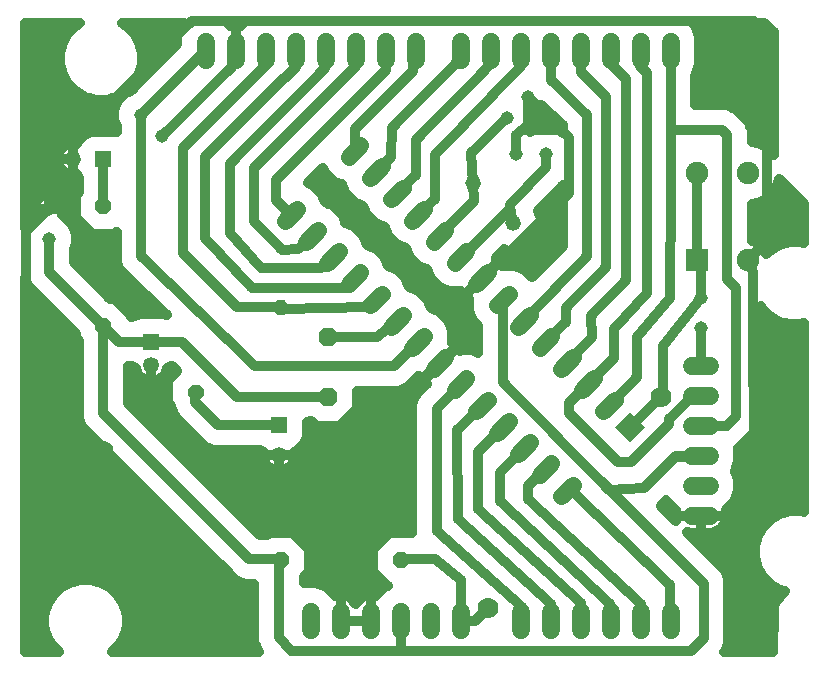
<source format=gbl>
G75*
%MOIN*%
%OFA0B0*%
%FSLAX25Y25*%
%IPPOS*%
%LPD*%
%AMOC8*
5,1,8,0,0,1.08239X$1,22.5*
%
%ADD10C,0.04500*%
%ADD11R,0.05315X0.05315*%
%ADD12C,0.05315*%
%ADD13R,0.05200X0.05200*%
%ADD14C,0.05200*%
%ADD15C,0.06000*%
%ADD16OC8,0.05200*%
%ADD17C,0.01040*%
%ADD18R,0.07000X0.07000*%
%ADD19C,0.05543*%
%ADD20C,0.05543*%
%ADD21R,0.07500X0.07500*%
%ADD22C,0.07500*%
%ADD23OC8,0.06300*%
%ADD24C,0.03200*%
%ADD25C,0.07000*%
D10*
X0025082Y0157730D03*
X0024977Y0167729D03*
X0055651Y0198995D03*
X0062722Y0191924D03*
X0177665Y0198002D03*
X0184736Y0205073D03*
X0180565Y0186127D03*
X0190565Y0186127D03*
X0242213Y0138027D03*
X0242213Y0128027D03*
D11*
X0059197Y0123478D03*
D12*
X0059197Y0115604D03*
D13*
X0101724Y0095586D03*
X0043104Y0184286D03*
D14*
X0033104Y0184286D03*
X0101724Y0085586D03*
X0179691Y0162990D03*
X0166256Y0176425D03*
D15*
X0162238Y0217459D02*
X0162238Y0223459D01*
X0172238Y0223459D02*
X0172238Y0217459D01*
X0182238Y0217459D02*
X0182238Y0223459D01*
X0192238Y0223459D02*
X0192238Y0217459D01*
X0202238Y0217459D02*
X0202238Y0223459D01*
X0212238Y0223459D02*
X0212238Y0217459D01*
X0222238Y0217459D02*
X0222238Y0223459D01*
X0232238Y0223459D02*
X0232238Y0217459D01*
X0147238Y0217459D02*
X0147238Y0223459D01*
X0137238Y0223459D02*
X0137238Y0217459D01*
X0127238Y0217459D02*
X0127238Y0223459D01*
X0117238Y0223459D02*
X0117238Y0217459D01*
X0107238Y0217459D02*
X0107238Y0223459D01*
X0097238Y0223459D02*
X0097238Y0217459D01*
X0087238Y0217459D02*
X0087238Y0223459D01*
X0077238Y0223459D02*
X0077238Y0217459D01*
X0239238Y0115459D02*
X0245238Y0115459D01*
X0245238Y0105459D02*
X0239238Y0105459D01*
X0239238Y0095459D02*
X0245238Y0095459D01*
X0245238Y0085459D02*
X0239238Y0085459D01*
X0239238Y0075459D02*
X0245238Y0075459D01*
X0245238Y0065459D02*
X0239238Y0065459D01*
X0232238Y0033459D02*
X0232238Y0027459D01*
X0222238Y0027459D02*
X0222238Y0033459D01*
X0212238Y0033459D02*
X0212238Y0027459D01*
X0202238Y0027459D02*
X0202238Y0033459D01*
X0192238Y0033459D02*
X0192238Y0027459D01*
X0182238Y0027459D02*
X0182238Y0033459D01*
X0162238Y0033459D02*
X0162238Y0027459D01*
X0152238Y0027459D02*
X0152238Y0033459D01*
X0142238Y0033459D02*
X0142238Y0027459D01*
X0132238Y0027459D02*
X0132238Y0033459D01*
X0122238Y0033459D02*
X0122238Y0027459D01*
X0112238Y0027459D02*
X0112238Y0033459D01*
D16*
X0102395Y0050605D03*
X0142395Y0050605D03*
X0043106Y0128585D03*
X0043106Y0168585D03*
D17*
X0103670Y0135321D02*
X0104190Y0135841D01*
X0104190Y0134119D01*
X0102972Y0132901D01*
X0101250Y0132901D01*
X0100032Y0134119D01*
X0100032Y0135841D01*
X0101250Y0137059D01*
X0102972Y0137059D01*
X0104190Y0135841D01*
X0103410Y0135518D01*
X0103410Y0134442D01*
X0102649Y0133681D01*
X0101573Y0133681D01*
X0100812Y0134442D01*
X0100812Y0135518D01*
X0101573Y0136279D01*
X0102649Y0136279D01*
X0103410Y0135518D01*
X0102630Y0135195D01*
X0102630Y0134765D01*
X0102326Y0134461D01*
X0101896Y0134461D01*
X0101592Y0134765D01*
X0101592Y0135195D01*
X0101896Y0135499D01*
X0102326Y0135499D01*
X0102630Y0135195D01*
X0075386Y0107037D02*
X0075906Y0107557D01*
X0075906Y0105835D01*
X0074688Y0104617D01*
X0072966Y0104617D01*
X0071748Y0105835D01*
X0071748Y0107557D01*
X0072966Y0108775D01*
X0074688Y0108775D01*
X0075906Y0107557D01*
X0075126Y0107234D01*
X0075126Y0106158D01*
X0074365Y0105397D01*
X0073289Y0105397D01*
X0072528Y0106158D01*
X0072528Y0107234D01*
X0073289Y0107995D01*
X0074365Y0107995D01*
X0075126Y0107234D01*
X0074346Y0106911D01*
X0074346Y0106481D01*
X0074042Y0106177D01*
X0073612Y0106177D01*
X0073308Y0106481D01*
X0073308Y0106911D01*
X0073612Y0107215D01*
X0074042Y0107215D01*
X0074346Y0106911D01*
D18*
G36*
X0218806Y0100053D02*
X0223755Y0095104D01*
X0218806Y0090155D01*
X0213857Y0095104D01*
X0218806Y0100053D01*
G37*
D19*
X0213695Y0104135D02*
X0209775Y0100215D01*
X0202704Y0107286D02*
X0206624Y0111206D01*
X0199553Y0118277D02*
X0195633Y0114357D01*
X0188562Y0121428D02*
X0192482Y0125348D01*
X0185411Y0132419D02*
X0181491Y0128499D01*
X0174420Y0135570D02*
X0178340Y0139490D01*
X0171269Y0146561D02*
X0167349Y0142641D01*
X0160278Y0149713D02*
X0164198Y0153632D01*
X0157127Y0160703D02*
X0153207Y0156784D01*
X0146136Y0163855D02*
X0150056Y0167774D01*
X0142985Y0174845D02*
X0139065Y0170926D01*
X0131994Y0177997D02*
X0135913Y0181917D01*
X0128842Y0188988D02*
X0124923Y0185068D01*
X0107629Y0167774D02*
X0103709Y0163855D01*
X0110781Y0156784D02*
X0114700Y0160703D01*
X0121771Y0153632D02*
X0117852Y0149713D01*
X0124923Y0142641D02*
X0128842Y0146561D01*
X0135913Y0139490D02*
X0131994Y0135570D01*
X0139065Y0128499D02*
X0142985Y0132419D01*
X0150056Y0125348D02*
X0146136Y0121428D01*
X0153207Y0114357D02*
X0157127Y0118277D01*
X0164198Y0111206D02*
X0160278Y0107286D01*
X0167349Y0100215D02*
X0171269Y0104135D01*
X0178340Y0097064D02*
X0174420Y0093144D01*
X0181491Y0086073D02*
X0185411Y0089993D01*
X0192482Y0082922D02*
X0188562Y0079002D01*
X0195633Y0071931D02*
X0199553Y0075850D01*
D20*
X0183451Y0088033D03*
D21*
X0241193Y0150697D03*
D22*
X0258193Y0150697D03*
X0258193Y0179697D03*
X0241193Y0179697D03*
D23*
X0118090Y0125089D03*
X0118090Y0105089D03*
D24*
X0016994Y0144708D02*
X0016879Y0020009D01*
X0028247Y0020009D01*
X0026262Y0021994D01*
X0024460Y0025115D01*
X0023527Y0028596D01*
X0023527Y0032200D01*
X0024460Y0035681D01*
X0026262Y0038802D01*
X0028810Y0041350D01*
X0031931Y0043152D01*
X0035412Y0044084D01*
X0039016Y0044084D01*
X0042497Y0043152D01*
X0045618Y0041350D01*
X0048166Y0038802D01*
X0049968Y0035681D01*
X0050901Y0032200D01*
X0050901Y0028596D01*
X0049968Y0025115D01*
X0048166Y0021994D01*
X0046181Y0020009D01*
X0095094Y0020009D01*
X0094773Y0020329D01*
X0094641Y0020649D01*
X0094417Y0020912D01*
X0094021Y0022146D01*
X0093525Y0023343D01*
X0093525Y0023689D01*
X0093419Y0024018D01*
X0093525Y0025309D01*
X0093525Y0042685D01*
X0090199Y0042685D01*
X0087185Y0043933D01*
X0084879Y0046240D01*
X0036154Y0094964D01*
X0034906Y0097978D01*
X0034906Y0123774D01*
X0033906Y0124774D01*
X0033906Y0126188D01*
X0018130Y0141964D01*
X0016994Y0144708D01*
X0016993Y0143911D02*
X0017323Y0143911D01*
X0016990Y0140713D02*
X0019381Y0140713D01*
X0017450Y0139346D02*
X0034847Y0121950D01*
X0034847Y0095425D01*
X0043019Y0086890D01*
X0044781Y0086338D02*
X0016940Y0086338D01*
X0016943Y0089537D02*
X0041582Y0089537D01*
X0038384Y0092735D02*
X0016946Y0092735D01*
X0016949Y0095934D02*
X0035753Y0095934D01*
X0034906Y0099132D02*
X0016952Y0099132D01*
X0016955Y0102331D02*
X0034906Y0102331D01*
X0034906Y0105529D02*
X0016958Y0105529D01*
X0016961Y0108728D02*
X0034906Y0108728D01*
X0034906Y0111926D02*
X0016964Y0111926D01*
X0016966Y0115125D02*
X0034906Y0115125D01*
X0034906Y0118323D02*
X0016969Y0118323D01*
X0016972Y0121522D02*
X0034906Y0121522D01*
X0033960Y0124720D02*
X0016975Y0124720D01*
X0016978Y0127919D02*
X0032176Y0127919D01*
X0028977Y0131117D02*
X0016981Y0131117D01*
X0016984Y0134316D02*
X0025778Y0134316D01*
X0022580Y0137514D02*
X0016987Y0137514D01*
X0017450Y0139346D02*
X0017450Y0160203D01*
X0024977Y0167729D01*
X0024977Y0167729D01*
X0029827Y0167780D01*
X0029827Y0168111D01*
X0029707Y0168865D01*
X0029471Y0169591D01*
X0029125Y0170271D01*
X0028676Y0170889D01*
X0028136Y0171429D01*
X0027519Y0171877D01*
X0026839Y0172224D01*
X0026112Y0172460D01*
X0025359Y0172579D01*
X0024926Y0172579D01*
X0024977Y0167729D01*
X0029827Y0167780D01*
X0029827Y0167347D01*
X0029707Y0166593D01*
X0029471Y0165867D01*
X0029313Y0165556D01*
X0030095Y0165232D01*
X0032584Y0162743D01*
X0033931Y0159490D01*
X0033931Y0155969D01*
X0033281Y0154400D01*
X0033281Y0150006D01*
X0045502Y0137785D01*
X0046917Y0137785D01*
X0052306Y0132396D01*
X0052306Y0131678D01*
X0052749Y0131678D01*
X0052801Y0131730D01*
X0055227Y0132735D01*
X0063168Y0132735D01*
X0064398Y0132226D01*
X0051170Y0144992D01*
X0051100Y0145021D01*
X0049998Y0146123D01*
X0048877Y0147205D01*
X0048847Y0147274D01*
X0048794Y0147328D01*
X0048197Y0148768D01*
X0047576Y0150196D01*
X0047574Y0150272D01*
X0047545Y0150342D01*
X0047545Y0151900D01*
X0047518Y0153458D01*
X0047545Y0153528D01*
X0047545Y0160014D01*
X0046917Y0159385D01*
X0039295Y0159385D01*
X0033906Y0164774D01*
X0033906Y0172396D01*
X0034905Y0173395D01*
X0034904Y0177957D01*
X0034376Y0179232D01*
X0034321Y0179214D01*
X0033513Y0179086D01*
X0033104Y0179086D01*
X0033104Y0184286D01*
X0033103Y0184286D01*
X0027904Y0184286D01*
X0027904Y0183877D01*
X0028032Y0183068D01*
X0028285Y0182290D01*
X0028656Y0181561D01*
X0029137Y0180898D01*
X0029716Y0180320D01*
X0030378Y0179839D01*
X0031107Y0179467D01*
X0031886Y0179214D01*
X0032694Y0179086D01*
X0033103Y0179086D01*
X0033103Y0184286D01*
X0033103Y0184286D01*
X0027904Y0184286D01*
X0027904Y0184695D01*
X0028032Y0185504D01*
X0028285Y0186282D01*
X0028656Y0187011D01*
X0029137Y0187674D01*
X0029716Y0188252D01*
X0030378Y0188733D01*
X0031107Y0189105D01*
X0031886Y0189358D01*
X0032694Y0189486D01*
X0033103Y0189486D01*
X0033103Y0184286D01*
X0033104Y0184286D01*
X0033104Y0189486D01*
X0033513Y0189486D01*
X0034321Y0189358D01*
X0034376Y0189340D01*
X0034908Y0190625D01*
X0036765Y0192481D01*
X0039191Y0193486D01*
X0047016Y0193486D01*
X0047545Y0193267D01*
X0047545Y0195437D01*
X0046801Y0197234D01*
X0046801Y0200755D01*
X0048148Y0204008D01*
X0050638Y0206497D01*
X0052207Y0207147D01*
X0067638Y0222578D01*
X0067638Y0225369D01*
X0069099Y0228897D01*
X0069877Y0229675D01*
X0049299Y0229689D01*
X0050802Y0228821D01*
X0053350Y0226273D01*
X0055152Y0223152D01*
X0056085Y0219671D01*
X0056085Y0216067D01*
X0055152Y0212586D01*
X0053350Y0209465D01*
X0050802Y0206917D01*
X0047681Y0205115D01*
X0044200Y0204183D01*
X0040596Y0204183D01*
X0037115Y0205115D01*
X0033994Y0206917D01*
X0031446Y0209465D01*
X0029644Y0212586D01*
X0028711Y0216067D01*
X0028711Y0219671D01*
X0029644Y0223152D01*
X0031446Y0226273D01*
X0033994Y0228821D01*
X0035513Y0229698D01*
X0017071Y0229711D01*
X0017009Y0161367D01*
X0017579Y0162743D01*
X0020068Y0165232D01*
X0020677Y0165485D01*
X0020482Y0165867D01*
X0020246Y0166593D01*
X0020127Y0167347D01*
X0020127Y0167678D01*
X0024977Y0167729D01*
X0033104Y0175856D01*
X0033104Y0184286D01*
X0033104Y0190925D01*
X0047341Y0205162D01*
X0047663Y0205162D01*
X0055089Y0212588D01*
X0055089Y0212910D01*
X0072638Y0230459D01*
X0087205Y0230459D01*
X0259919Y0230459D01*
X0264530Y0225849D01*
X0264530Y0157033D01*
X0258193Y0150697D01*
X0259829Y0146691D01*
X0259880Y0070524D01*
X0255323Y0065460D01*
X0242238Y0065459D01*
X0242238Y0059859D01*
X0245679Y0059859D01*
X0246549Y0059997D01*
X0247388Y0060269D01*
X0248173Y0060670D01*
X0248886Y0061188D01*
X0249509Y0061811D01*
X0250027Y0062524D01*
X0250428Y0063310D01*
X0250700Y0064148D01*
X0250838Y0065018D01*
X0250838Y0065459D01*
X0242238Y0065459D01*
X0242238Y0065459D01*
X0242238Y0065459D01*
X0242238Y0059859D01*
X0238797Y0059859D01*
X0237927Y0059997D01*
X0237571Y0060113D01*
X0247955Y0049729D01*
X0247955Y0049729D01*
X0250261Y0047422D01*
X0251510Y0044408D01*
X0251510Y0023096D01*
X0250261Y0020082D01*
X0250178Y0019999D01*
X0266351Y0019979D01*
X0266541Y0033417D01*
X0266540Y0034777D01*
X0266561Y0034828D01*
X0266562Y0034883D01*
X0267100Y0036131D01*
X0267620Y0037388D01*
X0267658Y0037426D01*
X0267680Y0037477D01*
X0268655Y0038424D01*
X0270437Y0040209D01*
X0268672Y0040682D01*
X0265551Y0042483D01*
X0263003Y0045032D01*
X0261201Y0048153D01*
X0260269Y0051634D01*
X0260269Y0055237D01*
X0261201Y0058718D01*
X0263003Y0061839D01*
X0265551Y0064387D01*
X0268672Y0066189D01*
X0272153Y0067122D01*
X0275757Y0067122D01*
X0276742Y0066858D01*
X0276784Y0129569D01*
X0275485Y0129221D01*
X0271882Y0129221D01*
X0268401Y0130154D01*
X0265280Y0131956D01*
X0262732Y0134504D01*
X0262305Y0135242D01*
X0262305Y0097051D01*
X0261057Y0094037D01*
X0258750Y0091731D01*
X0255527Y0088508D01*
X0254536Y0088097D01*
X0254838Y0087369D01*
X0254838Y0083550D01*
X0253558Y0080459D01*
X0254838Y0077369D01*
X0254838Y0073550D01*
X0253376Y0070021D01*
X0250676Y0067321D01*
X0250540Y0067264D01*
X0250700Y0066771D01*
X0250838Y0065900D01*
X0250838Y0065459D01*
X0242238Y0065459D01*
X0233638Y0065459D01*
X0233638Y0065018D01*
X0233776Y0064148D01*
X0233891Y0063792D01*
X0228976Y0068708D01*
X0229103Y0068844D01*
X0230855Y0070611D01*
X0231099Y0070021D01*
X0233800Y0067321D01*
X0233936Y0067264D01*
X0233776Y0066771D01*
X0233638Y0065900D01*
X0233638Y0065459D01*
X0242238Y0065459D01*
X0242238Y0065459D01*
X0242238Y0063948D02*
X0242238Y0063948D01*
X0242238Y0060750D02*
X0242238Y0060750D01*
X0240132Y0057551D02*
X0260889Y0057551D01*
X0260269Y0054353D02*
X0243331Y0054353D01*
X0246529Y0051154D02*
X0260397Y0051154D01*
X0261315Y0047956D02*
X0249728Y0047956D01*
X0251365Y0044757D02*
X0263277Y0044757D01*
X0267153Y0041559D02*
X0251510Y0041559D01*
X0251510Y0038360D02*
X0268589Y0038360D01*
X0266682Y0035162D02*
X0251510Y0035162D01*
X0251510Y0031963D02*
X0266521Y0031963D01*
X0266475Y0028765D02*
X0251510Y0028765D01*
X0251510Y0025566D02*
X0266430Y0025566D01*
X0266384Y0022368D02*
X0251208Y0022368D01*
X0243310Y0024727D02*
X0239042Y0020459D01*
X0142343Y0020377D01*
X0105675Y0020319D01*
X0101725Y0024974D01*
X0101725Y0049474D01*
X0102395Y0050605D01*
X0102115Y0050885D01*
X0091830Y0050885D01*
X0043106Y0099609D01*
X0043106Y0128585D01*
X0025082Y0146609D01*
X0025082Y0157730D01*
X0017938Y0163102D02*
X0017010Y0163102D01*
X0017013Y0166301D02*
X0020341Y0166301D01*
X0020127Y0167678D02*
X0024977Y0167729D01*
X0024977Y0167729D01*
X0024977Y0167729D01*
X0024926Y0172579D01*
X0024595Y0172579D01*
X0023841Y0172460D01*
X0023115Y0172224D01*
X0022435Y0171877D01*
X0021817Y0171429D01*
X0021277Y0170889D01*
X0020829Y0170271D01*
X0020482Y0169591D01*
X0020246Y0168865D01*
X0020127Y0168111D01*
X0020127Y0167678D01*
X0020452Y0169499D02*
X0017016Y0169499D01*
X0017019Y0172698D02*
X0034208Y0172698D01*
X0034905Y0175896D02*
X0017022Y0175896D01*
X0017025Y0179095D02*
X0032639Y0179095D01*
X0033103Y0179095D02*
X0033104Y0179095D01*
X0033568Y0179095D02*
X0034433Y0179095D01*
X0033103Y0182293D02*
X0033104Y0182293D01*
X0033103Y0185492D02*
X0033104Y0185492D01*
X0033103Y0188690D02*
X0033104Y0188690D01*
X0030319Y0188690D02*
X0017034Y0188690D01*
X0017031Y0185492D02*
X0028030Y0185492D01*
X0028283Y0182293D02*
X0017028Y0182293D01*
X0017037Y0191889D02*
X0036173Y0191889D01*
X0043104Y0184286D02*
X0043106Y0168585D01*
X0035578Y0163102D02*
X0032225Y0163102D01*
X0033906Y0166301D02*
X0029612Y0166301D01*
X0029501Y0169499D02*
X0033906Y0169499D01*
X0024958Y0169499D02*
X0024958Y0169499D01*
X0033760Y0159904D02*
X0038776Y0159904D01*
X0033931Y0156705D02*
X0047545Y0156705D01*
X0047537Y0153507D02*
X0033281Y0153507D01*
X0033281Y0150308D02*
X0047559Y0150308D01*
X0048976Y0147110D02*
X0036178Y0147110D01*
X0039376Y0143911D02*
X0052290Y0143911D01*
X0055604Y0140713D02*
X0042575Y0140713D01*
X0047187Y0137514D02*
X0058919Y0137514D01*
X0062233Y0134316D02*
X0050386Y0134316D01*
X0043106Y0128585D02*
X0048213Y0123478D01*
X0059197Y0123478D01*
X0069452Y0123377D01*
X0087846Y0105053D01*
X0108994Y0105061D01*
X0118090Y0105089D01*
X0127840Y0105529D02*
X0147210Y0105529D01*
X0147289Y0105724D02*
X0146690Y0104239D01*
X0146080Y0102757D01*
X0146080Y0102726D01*
X0146068Y0102698D01*
X0146083Y0101097D01*
X0146168Y0061779D01*
X0146093Y0061566D01*
X0146171Y0060156D01*
X0146172Y0059805D01*
X0138584Y0059805D01*
X0133195Y0054416D01*
X0133195Y0046794D01*
X0137925Y0042064D01*
X0136800Y0041598D01*
X0134099Y0038897D01*
X0134043Y0038761D01*
X0133549Y0038921D01*
X0132679Y0039059D01*
X0132238Y0039059D01*
X0132238Y0030459D01*
X0122238Y0030459D01*
X0122238Y0030459D01*
X0127838Y0030459D01*
X0132238Y0030459D01*
X0132238Y0030459D01*
X0132238Y0030459D01*
X0122238Y0030459D01*
X0122278Y0030499D01*
X0122278Y0083948D01*
X0123916Y0085586D01*
X0124871Y0085586D01*
X0155602Y0116317D01*
X0164114Y0124829D01*
X0164114Y0139406D01*
X0169309Y0144601D01*
X0163551Y0138843D01*
X0163850Y0138544D01*
X0164534Y0138047D01*
X0165168Y0137724D01*
X0165048Y0137435D01*
X0165048Y0133706D01*
X0166475Y0130262D01*
X0168180Y0128557D01*
X0168180Y0119700D01*
X0166062Y0120577D01*
X0162334Y0120577D01*
X0162044Y0120458D01*
X0161721Y0121092D01*
X0161224Y0121776D01*
X0160925Y0122075D01*
X0155167Y0116317D01*
X0155167Y0116317D01*
X0155167Y0115665D01*
X0155167Y0116317D02*
X0149409Y0110559D01*
X0149708Y0110260D01*
X0150392Y0109763D01*
X0150967Y0109470D01*
X0148452Y0106909D01*
X0147322Y0105773D01*
X0147310Y0105745D01*
X0147289Y0105724D01*
X0146072Y0102331D02*
X0127840Y0102331D01*
X0127840Y0101051D02*
X0127840Y0107122D01*
X0139879Y0107128D01*
X0141477Y0107116D01*
X0141509Y0107129D01*
X0141545Y0107129D01*
X0143020Y0107741D01*
X0144500Y0108340D01*
X0144525Y0108365D01*
X0144558Y0108379D01*
X0145687Y0109509D01*
X0148325Y0112106D01*
X0148613Y0111542D01*
X0149110Y0110858D01*
X0149409Y0110559D01*
X0155167Y0116317D01*
X0155602Y0116317D01*
X0155167Y0116317D02*
X0160925Y0122075D01*
X0160626Y0122374D01*
X0159942Y0122871D01*
X0159307Y0123195D01*
X0159427Y0123484D01*
X0159427Y0127212D01*
X0158000Y0130657D01*
X0155364Y0133293D01*
X0152228Y0134592D01*
X0150929Y0137728D01*
X0148293Y0140364D01*
X0145157Y0141663D01*
X0143858Y0144799D01*
X0141222Y0147435D01*
X0138086Y0148734D01*
X0136787Y0151870D01*
X0134151Y0154506D01*
X0131015Y0155805D01*
X0129716Y0158941D01*
X0127080Y0161577D01*
X0123944Y0162876D01*
X0122645Y0166012D01*
X0120009Y0168648D01*
X0116873Y0169947D01*
X0115574Y0173083D01*
X0112938Y0175719D01*
X0111222Y0176430D01*
X0116267Y0181475D01*
X0116978Y0179759D01*
X0119614Y0177123D01*
X0122750Y0175824D01*
X0124049Y0172688D01*
X0126685Y0170052D01*
X0129821Y0168753D01*
X0131120Y0165617D01*
X0133756Y0162981D01*
X0136892Y0161682D01*
X0138191Y0158546D01*
X0140827Y0155910D01*
X0143963Y0154611D01*
X0145262Y0151475D01*
X0147898Y0148839D01*
X0151034Y0147540D01*
X0152333Y0144404D01*
X0154969Y0141768D01*
X0158414Y0140341D01*
X0162142Y0140341D01*
X0162431Y0140461D01*
X0162755Y0139826D01*
X0163252Y0139142D01*
X0163551Y0138843D01*
X0169309Y0144601D01*
X0169309Y0144601D01*
X0169735Y0144601D01*
X0176651Y0151516D01*
X0182816Y0157223D01*
X0198451Y0172902D01*
X0198458Y0191238D01*
X0196049Y0193912D01*
X0182534Y0194066D01*
X0180622Y0192310D01*
X0184622Y0195639D01*
X0184736Y0205073D01*
X0184736Y0205073D01*
X0188165Y0201644D01*
X0187895Y0201374D01*
X0187278Y0200925D01*
X0186597Y0200579D01*
X0186226Y0200458D01*
X0186515Y0199763D01*
X0186515Y0196242D01*
X0185348Y0193426D01*
X0185552Y0193629D01*
X0188805Y0194977D01*
X0192325Y0194977D01*
X0195578Y0193629D01*
X0196205Y0193003D01*
X0196205Y0195640D01*
X0188865Y0202506D01*
X0188435Y0201914D01*
X0188165Y0201644D01*
X0184736Y0205073D01*
X0185126Y0204683D02*
X0185126Y0204683D01*
X0188006Y0201484D02*
X0189957Y0201484D01*
X0193376Y0198286D02*
X0186515Y0198286D01*
X0186036Y0195087D02*
X0196205Y0195087D01*
X0204405Y0199198D02*
X0192238Y0210579D01*
X0192238Y0220459D01*
X0182238Y0220459D02*
X0182303Y0215284D01*
X0153654Y0185582D01*
X0153633Y0170989D01*
X0148096Y0165815D01*
X0141025Y0172886D02*
X0147490Y0179149D01*
X0147500Y0190573D01*
X0170241Y0214116D01*
X0171280Y0215333D01*
X0172604Y0218605D01*
X0171889Y0220111D01*
X0172238Y0220459D01*
X0162238Y0220459D02*
X0161790Y0220011D01*
X0161660Y0217277D01*
X0139230Y0194749D01*
X0139194Y0185139D01*
X0133954Y0179957D01*
X0126883Y0187028D02*
X0126883Y0194283D01*
X0146303Y0213704D01*
X0146303Y0219525D01*
X0147238Y0220459D01*
X0137238Y0220459D02*
X0137238Y0213920D01*
X0129167Y0205850D01*
X0129045Y0205850D01*
X0100616Y0177421D01*
X0100616Y0170867D01*
X0105669Y0165815D01*
X0112740Y0158743D02*
X0107889Y0154233D01*
X0102825Y0154119D01*
X0093272Y0163730D01*
X0093272Y0181277D01*
X0127238Y0215243D01*
X0127238Y0220459D01*
X0117238Y0220459D02*
X0117181Y0220403D01*
X0117181Y0214607D01*
X0085254Y0182680D01*
X0085254Y0159592D01*
X0095648Y0148024D01*
X0115593Y0148024D01*
X0118957Y0151098D01*
X0119811Y0151672D01*
X0126395Y0144601D02*
X0123552Y0141303D01*
X0092719Y0141303D01*
X0077048Y0157885D01*
X0077048Y0185101D01*
X0076914Y0184966D01*
X0077048Y0185101D02*
X0103456Y0211508D01*
X0103579Y0211508D01*
X0107238Y0215167D01*
X0107238Y0220459D01*
X0097238Y0220459D02*
X0097255Y0215676D01*
X0069548Y0188159D01*
X0069578Y0169268D01*
X0069758Y0153192D01*
X0087621Y0134918D01*
X0102111Y0134980D01*
X0103308Y0134323D01*
X0130936Y0135111D01*
X0133355Y0137530D01*
X0133954Y0137530D01*
X0141025Y0130459D02*
X0134530Y0125075D01*
X0120284Y0125107D01*
X0118090Y0125089D01*
X0139909Y0115328D02*
X0093738Y0115305D01*
X0055745Y0151973D01*
X0055745Y0198900D01*
X0055651Y0198995D01*
X0077116Y0220459D01*
X0077238Y0220459D01*
X0086046Y0219267D02*
X0086046Y0215169D01*
X0062801Y0191924D01*
X0062722Y0191924D01*
X0047545Y0195087D02*
X0017040Y0195087D01*
X0017043Y0198286D02*
X0046801Y0198286D01*
X0047103Y0201484D02*
X0017046Y0201484D01*
X0017048Y0204683D02*
X0038729Y0204683D01*
X0033030Y0207881D02*
X0017051Y0207881D01*
X0017054Y0211080D02*
X0030514Y0211080D01*
X0029191Y0214278D02*
X0017057Y0214278D01*
X0017060Y0217477D02*
X0028711Y0217477D01*
X0028980Y0220675D02*
X0017063Y0220675D01*
X0017066Y0223874D02*
X0030061Y0223874D01*
X0032245Y0227073D02*
X0017069Y0227073D01*
X0046067Y0204683D02*
X0048823Y0204683D01*
X0051766Y0207881D02*
X0052941Y0207881D01*
X0054282Y0211080D02*
X0056140Y0211080D01*
X0055605Y0214278D02*
X0059338Y0214278D01*
X0062537Y0217477D02*
X0056085Y0217477D01*
X0055815Y0220675D02*
X0065735Y0220675D01*
X0067638Y0223874D02*
X0054735Y0223874D01*
X0052550Y0227073D02*
X0068344Y0227073D01*
X0084609Y0229665D02*
X0089863Y0229661D01*
X0089099Y0228897D01*
X0089043Y0228761D01*
X0088549Y0228921D01*
X0087679Y0229059D01*
X0087238Y0229059D01*
X0087238Y0220459D01*
X0086046Y0219267D01*
X0087238Y0220459D02*
X0087238Y0225459D01*
X0087205Y0230459D01*
X0087238Y0229059D02*
X0086797Y0229059D01*
X0085927Y0228921D01*
X0085433Y0228761D01*
X0085376Y0228897D01*
X0084609Y0229665D01*
X0087238Y0229059D02*
X0087238Y0220459D01*
X0087238Y0220459D01*
X0087238Y0220675D02*
X0087238Y0220675D01*
X0087238Y0223874D02*
X0087238Y0223874D01*
X0087238Y0227073D02*
X0087238Y0227073D01*
X0113886Y0179095D02*
X0117642Y0179095D01*
X0122575Y0175896D02*
X0112510Y0175896D01*
X0115734Y0172698D02*
X0124045Y0172698D01*
X0128019Y0169499D02*
X0117954Y0169499D01*
X0122356Y0166301D02*
X0130837Y0166301D01*
X0133635Y0163102D02*
X0123850Y0163102D01*
X0128753Y0159904D02*
X0137629Y0159904D01*
X0140032Y0156705D02*
X0130642Y0156705D01*
X0135150Y0153507D02*
X0144420Y0153507D01*
X0146429Y0150308D02*
X0137434Y0150308D01*
X0141547Y0147110D02*
X0151212Y0147110D01*
X0152826Y0143911D02*
X0144226Y0143911D01*
X0147451Y0140713D02*
X0157516Y0140713D01*
X0151018Y0137514D02*
X0165081Y0137514D01*
X0165048Y0134316D02*
X0152895Y0134316D01*
X0157540Y0131117D02*
X0166121Y0131117D01*
X0168180Y0127919D02*
X0159135Y0127919D01*
X0159427Y0124720D02*
X0168180Y0124720D01*
X0168180Y0121522D02*
X0161409Y0121522D01*
X0160371Y0121522D02*
X0160371Y0121522D01*
X0157173Y0118323D02*
X0157173Y0118323D01*
X0155167Y0116317D02*
X0155167Y0116317D01*
X0153974Y0115125D02*
X0153974Y0115125D01*
X0150776Y0111926D02*
X0150776Y0111926D01*
X0148417Y0111926D02*
X0148142Y0111926D01*
X0150238Y0108728D02*
X0144906Y0108728D01*
X0139909Y0115328D02*
X0148096Y0123388D01*
X0162238Y0109246D02*
X0154283Y0101143D01*
X0154371Y0060392D01*
X0182633Y0035107D01*
X0182550Y0030772D01*
X0182238Y0030459D01*
X0192096Y0031554D02*
X0192424Y0030645D01*
X0192238Y0030459D01*
X0192096Y0031554D02*
X0192217Y0032253D01*
X0192289Y0036028D01*
X0161212Y0064343D01*
X0161120Y0094061D01*
X0169309Y0102175D01*
X0176380Y0095104D02*
X0167964Y0086806D01*
X0167973Y0067842D01*
X0202266Y0036280D01*
X0202430Y0030651D01*
X0202238Y0030459D01*
X0211857Y0030840D02*
X0212238Y0030459D01*
X0211857Y0030840D02*
X0212038Y0036113D01*
X0175268Y0070496D01*
X0175289Y0079562D01*
X0183451Y0088033D01*
X0190522Y0080962D02*
X0184807Y0075239D01*
X0184812Y0071181D01*
X0222480Y0036048D01*
X0222496Y0030718D01*
X0222238Y0030459D01*
X0232193Y0030504D02*
X0232238Y0030459D01*
X0232193Y0030504D02*
X0232193Y0042380D01*
X0199106Y0073891D01*
X0197593Y0073891D01*
X0209057Y0077030D02*
X0243310Y0042777D01*
X0243310Y0024727D01*
X0248283Y0060750D02*
X0262374Y0060750D01*
X0265112Y0063948D02*
X0250635Y0063948D01*
X0250578Y0067147D02*
X0276742Y0067147D01*
X0276744Y0070345D02*
X0253511Y0070345D01*
X0254836Y0073544D02*
X0276746Y0073544D01*
X0276749Y0076742D02*
X0254838Y0076742D01*
X0253772Y0079941D02*
X0276751Y0079941D01*
X0276753Y0083139D02*
X0254668Y0083139D01*
X0254838Y0086338D02*
X0276755Y0086338D01*
X0276757Y0089537D02*
X0256556Y0089537D01*
X0259755Y0092735D02*
X0276759Y0092735D01*
X0276761Y0095934D02*
X0261842Y0095934D01*
X0262305Y0099132D02*
X0276764Y0099132D01*
X0276766Y0102331D02*
X0262305Y0102331D01*
X0262305Y0105529D02*
X0276768Y0105529D01*
X0276770Y0108728D02*
X0262305Y0108728D01*
X0262305Y0111926D02*
X0276772Y0111926D01*
X0276774Y0115125D02*
X0262305Y0115125D01*
X0262305Y0118323D02*
X0276776Y0118323D01*
X0276779Y0121522D02*
X0262305Y0121522D01*
X0262305Y0124720D02*
X0276781Y0124720D01*
X0276783Y0127919D02*
X0262305Y0127919D01*
X0262305Y0131117D02*
X0266733Y0131117D01*
X0262920Y0134316D02*
X0262305Y0134316D01*
X0254105Y0141292D02*
X0254105Y0098682D01*
X0250882Y0095459D01*
X0242238Y0095459D01*
X0239666Y0105459D02*
X0231765Y0097559D01*
X0231765Y0095986D01*
X0219111Y0083331D01*
X0214764Y0083331D01*
X0198486Y0099610D01*
X0198486Y0103067D01*
X0204664Y0109246D01*
X0212238Y0116932D01*
X0213365Y0118002D01*
X0213355Y0127637D01*
X0224337Y0139647D01*
X0224379Y0211053D01*
X0224379Y0213045D01*
X0222180Y0215244D01*
X0222238Y0220459D01*
X0212238Y0220459D02*
X0212238Y0216124D01*
X0217216Y0211029D01*
X0217286Y0143935D01*
X0205860Y0132065D01*
X0206066Y0125105D01*
X0197593Y0116317D01*
X0190522Y0123388D02*
X0190522Y0123417D01*
X0197204Y0130098D01*
X0197204Y0134778D01*
X0210794Y0148505D01*
X0210776Y0205061D01*
X0202251Y0213321D01*
X0202251Y0220587D01*
X0202238Y0220459D01*
X0204405Y0199198D02*
X0204405Y0151885D01*
X0183451Y0130459D01*
X0176380Y0137530D02*
X0176380Y0110190D01*
X0211852Y0074176D01*
X0209057Y0077030D01*
X0211852Y0074176D02*
X0223201Y0074537D01*
X0233638Y0085065D01*
X0234032Y0085459D01*
X0242238Y0085459D01*
X0243693Y0085065D02*
X0244253Y0084505D01*
X0243693Y0085065D02*
X0233638Y0085065D01*
X0218806Y0095104D02*
X0229070Y0105101D01*
X0229055Y0104900D01*
X0229094Y0104954D01*
X0229070Y0105101D02*
X0229800Y0106339D01*
X0229613Y0121742D01*
X0229859Y0122084D01*
X0242213Y0138027D01*
X0242213Y0149678D01*
X0241193Y0150697D01*
X0241193Y0179697D01*
X0232238Y0174882D02*
X0232238Y0194554D01*
X0232723Y0194069D01*
X0249304Y0194069D01*
X0251012Y0192361D01*
X0251012Y0144386D01*
X0254105Y0141292D01*
X0264195Y0152775D02*
X0264078Y0153134D01*
X0263624Y0154025D01*
X0263037Y0154834D01*
X0262330Y0155540D01*
X0261521Y0156128D01*
X0260631Y0156582D01*
X0259680Y0156891D01*
X0259212Y0156965D01*
X0259212Y0169347D01*
X0259556Y0169347D01*
X0262188Y0170052D01*
X0264548Y0171415D01*
X0266475Y0173342D01*
X0267838Y0175702D01*
X0268411Y0177842D01*
X0268795Y0177461D01*
X0276811Y0169442D01*
X0276802Y0156242D01*
X0275485Y0156595D01*
X0271882Y0156595D01*
X0268401Y0155662D01*
X0265280Y0153860D01*
X0264195Y0152775D01*
X0263888Y0153507D02*
X0264927Y0153507D01*
X0260250Y0156705D02*
X0276802Y0156705D01*
X0276804Y0159904D02*
X0259212Y0159904D01*
X0259212Y0163102D02*
X0276807Y0163102D01*
X0276809Y0166301D02*
X0259212Y0166301D01*
X0260124Y0169499D02*
X0276753Y0169499D01*
X0273556Y0172698D02*
X0265831Y0172698D01*
X0267890Y0175896D02*
X0270359Y0175896D01*
X0266695Y0185671D02*
X0266475Y0186052D01*
X0264548Y0187979D01*
X0262188Y0189342D01*
X0259556Y0190047D01*
X0259212Y0190047D01*
X0259212Y0193992D01*
X0257963Y0197006D01*
X0256255Y0198714D01*
X0253948Y0201021D01*
X0250935Y0202269D01*
X0240438Y0202269D01*
X0240438Y0212170D01*
X0241838Y0215550D01*
X0241838Y0225369D01*
X0240376Y0228897D01*
X0239715Y0229559D01*
X0263243Y0229543D01*
X0266550Y0226700D01*
X0266695Y0185671D01*
X0266684Y0188690D02*
X0263316Y0188690D01*
X0266673Y0191889D02*
X0259212Y0191889D01*
X0258758Y0195087D02*
X0266662Y0195087D01*
X0266650Y0198286D02*
X0256683Y0198286D01*
X0252829Y0201484D02*
X0266639Y0201484D01*
X0266628Y0204683D02*
X0240438Y0204683D01*
X0240438Y0207881D02*
X0266616Y0207881D01*
X0266605Y0211080D02*
X0240438Y0211080D01*
X0241311Y0214278D02*
X0266594Y0214278D01*
X0266582Y0217477D02*
X0241838Y0217477D01*
X0241838Y0220675D02*
X0266571Y0220675D01*
X0266560Y0223874D02*
X0241838Y0223874D01*
X0241132Y0227073D02*
X0266117Y0227073D01*
X0232238Y0220459D02*
X0232238Y0194554D01*
X0232238Y0174882D02*
X0232174Y0138121D01*
X0221018Y0124957D01*
X0221102Y0111783D01*
X0211728Y0102183D01*
X0211735Y0102175D01*
X0239666Y0105459D02*
X0242238Y0105459D01*
X0242238Y0115459D02*
X0242213Y0128027D01*
X0196205Y0155228D02*
X0186143Y0144940D01*
X0183648Y0147435D01*
X0180204Y0148862D01*
X0176476Y0148862D01*
X0176186Y0148742D01*
X0175863Y0149377D01*
X0175366Y0150061D01*
X0175067Y0150359D01*
X0169309Y0144601D01*
X0169309Y0144601D01*
X0175067Y0150360D01*
X0174768Y0150658D01*
X0174084Y0151155D01*
X0173909Y0151245D01*
X0176857Y0154206D01*
X0177861Y0153790D01*
X0181521Y0153790D01*
X0184903Y0155191D01*
X0187491Y0157779D01*
X0188891Y0161160D01*
X0188891Y0164820D01*
X0187987Y0167003D01*
X0196205Y0175626D01*
X0196205Y0155228D01*
X0196205Y0156705D02*
X0186417Y0156705D01*
X0188371Y0159904D02*
X0196205Y0159904D01*
X0196205Y0163102D02*
X0188891Y0163102D01*
X0188278Y0166301D02*
X0196205Y0166301D01*
X0196205Y0169499D02*
X0190366Y0169499D01*
X0193414Y0172698D02*
X0196205Y0172698D01*
X0190659Y0181692D02*
X0190565Y0186127D01*
X0190659Y0181692D02*
X0178690Y0169134D01*
X0179334Y0163606D01*
X0179691Y0162990D01*
X0179559Y0163482D01*
X0178819Y0167802D01*
X0162765Y0151672D01*
X0162238Y0151672D01*
X0155167Y0158743D02*
X0166785Y0170239D01*
X0166256Y0176425D01*
X0165581Y0186395D01*
X0177665Y0198002D01*
X0180622Y0192310D02*
X0180565Y0186127D01*
X0176160Y0153507D02*
X0194521Y0153507D01*
X0191393Y0150308D02*
X0175118Y0150308D01*
X0175016Y0150308D02*
X0175016Y0150308D01*
X0171817Y0147110D02*
X0171817Y0147110D01*
X0168619Y0143911D02*
X0168619Y0143911D01*
X0165420Y0140713D02*
X0165420Y0140713D01*
X0183974Y0147110D02*
X0188265Y0147110D01*
X0146087Y0099132D02*
X0125922Y0099132D01*
X0127840Y0101051D02*
X0122129Y0095339D01*
X0114052Y0095339D01*
X0112519Y0096872D01*
X0110924Y0096867D01*
X0110924Y0091673D01*
X0109919Y0089247D01*
X0108062Y0087391D01*
X0106778Y0086859D01*
X0106795Y0086804D01*
X0106924Y0085995D01*
X0106924Y0085586D01*
X0101724Y0085586D01*
X0101724Y0085586D01*
X0106924Y0085586D01*
X0106924Y0085177D01*
X0106795Y0084368D01*
X0106543Y0083590D01*
X0106171Y0082861D01*
X0105690Y0082198D01*
X0105111Y0081620D01*
X0104449Y0081139D01*
X0103720Y0080767D01*
X0102941Y0080514D01*
X0102133Y0080386D01*
X0101724Y0080386D01*
X0101724Y0085586D01*
X0101723Y0085586D01*
X0096524Y0085586D01*
X0096524Y0085177D01*
X0096652Y0084368D01*
X0096905Y0083590D01*
X0097276Y0082861D01*
X0097757Y0082198D01*
X0098336Y0081620D01*
X0098998Y0081139D01*
X0099727Y0080767D01*
X0100506Y0080514D01*
X0101314Y0080386D01*
X0101723Y0080386D01*
X0101723Y0085586D01*
X0101723Y0085586D01*
X0096524Y0085586D01*
X0096524Y0085995D01*
X0096652Y0086804D01*
X0096669Y0086859D01*
X0095385Y0087391D01*
X0095336Y0087440D01*
X0079813Y0087440D01*
X0076799Y0088688D01*
X0074493Y0090995D01*
X0066876Y0098612D01*
X0065627Y0101626D01*
X0065627Y0101885D01*
X0064627Y0102885D01*
X0064627Y0110506D01*
X0067684Y0113563D01*
X0066031Y0115210D01*
X0065568Y0115215D01*
X0064381Y0114723D01*
X0064325Y0114373D01*
X0064070Y0113586D01*
X0063694Y0112848D01*
X0063208Y0112179D01*
X0062622Y0111594D01*
X0061953Y0111107D01*
X0061216Y0110732D01*
X0060429Y0110476D01*
X0059611Y0110346D01*
X0059197Y0110346D01*
X0059197Y0114220D01*
X0059197Y0114220D01*
X0059197Y0110346D01*
X0058784Y0110346D01*
X0057966Y0110476D01*
X0057179Y0110732D01*
X0056442Y0111107D01*
X0055772Y0111594D01*
X0055187Y0112179D01*
X0054701Y0112848D01*
X0054325Y0113586D01*
X0054069Y0114373D01*
X0054014Y0114723D01*
X0052801Y0115225D01*
X0052749Y0115278D01*
X0051306Y0115278D01*
X0051306Y0103006D01*
X0095227Y0059085D01*
X0097864Y0059085D01*
X0098584Y0059805D01*
X0106206Y0059805D01*
X0111595Y0054416D01*
X0111595Y0046794D01*
X0109925Y0045124D01*
X0109925Y0042892D01*
X0110328Y0043059D01*
X0114147Y0043059D01*
X0117676Y0041598D01*
X0120376Y0038897D01*
X0120433Y0038761D01*
X0120927Y0038921D01*
X0121797Y0039059D01*
X0122238Y0039059D01*
X0122238Y0030459D01*
X0122238Y0030459D01*
X0122238Y0039059D01*
X0122679Y0039059D01*
X0123549Y0038921D01*
X0124388Y0038649D01*
X0125173Y0038249D01*
X0125886Y0037731D01*
X0126509Y0037107D01*
X0127027Y0036394D01*
X0127238Y0035981D01*
X0127448Y0036394D01*
X0127966Y0037107D01*
X0128590Y0037731D01*
X0129303Y0038249D01*
X0130088Y0038649D01*
X0130927Y0038921D01*
X0131797Y0039059D01*
X0132238Y0039059D01*
X0132238Y0030459D01*
X0132238Y0031963D02*
X0132238Y0031963D01*
X0132238Y0035162D02*
X0132238Y0035162D01*
X0132238Y0038360D02*
X0132238Y0038360D01*
X0129522Y0038360D02*
X0124954Y0038360D01*
X0122238Y0038360D02*
X0122238Y0038360D01*
X0122238Y0035162D02*
X0122238Y0035162D01*
X0122238Y0031963D02*
X0122238Y0031963D01*
X0117715Y0041559D02*
X0136761Y0041559D01*
X0135232Y0044757D02*
X0109925Y0044757D01*
X0111595Y0047956D02*
X0133195Y0047956D01*
X0133195Y0051154D02*
X0111595Y0051154D01*
X0111595Y0054353D02*
X0133195Y0054353D01*
X0136331Y0057551D02*
X0108459Y0057551D01*
X0093562Y0060750D02*
X0146138Y0060750D01*
X0146163Y0063948D02*
X0090363Y0063948D01*
X0087165Y0067147D02*
X0146156Y0067147D01*
X0146149Y0070345D02*
X0083966Y0070345D01*
X0080768Y0073544D02*
X0146142Y0073544D01*
X0146135Y0076742D02*
X0077569Y0076742D01*
X0074371Y0079941D02*
X0146129Y0079941D01*
X0146122Y0083139D02*
X0106313Y0083139D01*
X0106869Y0086338D02*
X0146115Y0086338D01*
X0146108Y0089537D02*
X0110038Y0089537D01*
X0110924Y0092735D02*
X0146101Y0092735D01*
X0146094Y0095934D02*
X0122723Y0095934D01*
X0113457Y0095934D02*
X0110924Y0095934D01*
X0101724Y0095586D02*
X0101670Y0095640D01*
X0081444Y0095640D01*
X0073827Y0103257D01*
X0073827Y0106696D01*
X0064627Y0105529D02*
X0051306Y0105529D01*
X0051981Y0102331D02*
X0065181Y0102331D01*
X0066660Y0099132D02*
X0055180Y0099132D01*
X0059197Y0100314D02*
X0073925Y0085586D01*
X0101724Y0085586D01*
X0123916Y0085586D01*
X0101724Y0083139D02*
X0101723Y0083139D01*
X0097134Y0083139D02*
X0071172Y0083139D01*
X0067974Y0086338D02*
X0096578Y0086338D01*
X0075951Y0089537D02*
X0064775Y0089537D01*
X0061577Y0092735D02*
X0072753Y0092735D01*
X0069554Y0095934D02*
X0058378Y0095934D01*
X0059197Y0100314D02*
X0059197Y0115604D01*
X0059197Y0111926D02*
X0059197Y0111926D01*
X0062955Y0111926D02*
X0066047Y0111926D01*
X0066117Y0115125D02*
X0065351Y0115125D01*
X0064627Y0108728D02*
X0051306Y0108728D01*
X0051306Y0111926D02*
X0055440Y0111926D01*
X0053044Y0115125D02*
X0051306Y0115125D01*
X0047979Y0083139D02*
X0016937Y0083139D01*
X0016934Y0079941D02*
X0051178Y0079941D01*
X0054376Y0076742D02*
X0016931Y0076742D01*
X0016928Y0073544D02*
X0057575Y0073544D01*
X0060773Y0070345D02*
X0016925Y0070345D01*
X0016923Y0067147D02*
X0063972Y0067147D01*
X0067170Y0063948D02*
X0016920Y0063948D01*
X0016917Y0060750D02*
X0070369Y0060750D01*
X0073567Y0057551D02*
X0016914Y0057551D01*
X0016911Y0054353D02*
X0076766Y0054353D01*
X0079964Y0051154D02*
X0016908Y0051154D01*
X0016905Y0047956D02*
X0083163Y0047956D01*
X0086361Y0044757D02*
X0016902Y0044757D01*
X0016899Y0041559D02*
X0029172Y0041559D01*
X0026007Y0038360D02*
X0016896Y0038360D01*
X0016893Y0035162D02*
X0024321Y0035162D01*
X0023527Y0031963D02*
X0016890Y0031963D01*
X0016887Y0028765D02*
X0023527Y0028765D01*
X0024339Y0025566D02*
X0016884Y0025566D01*
X0016881Y0022368D02*
X0026046Y0022368D01*
X0045256Y0041559D02*
X0093525Y0041559D01*
X0093525Y0038360D02*
X0048421Y0038360D01*
X0050107Y0035162D02*
X0093525Y0035162D01*
X0093525Y0031963D02*
X0050901Y0031963D01*
X0050901Y0028765D02*
X0093525Y0028765D01*
X0093525Y0025566D02*
X0050089Y0025566D01*
X0048382Y0022368D02*
X0093929Y0022368D01*
X0142343Y0020377D02*
X0142238Y0030459D01*
X0162238Y0030459D02*
X0166923Y0030459D01*
X0171519Y0034726D01*
X0162238Y0030459D02*
X0162306Y0044068D01*
X0153551Y0050977D01*
X0143869Y0050908D01*
X0142395Y0050605D01*
X0230537Y0067147D02*
X0233898Y0067147D01*
X0230965Y0070345D02*
X0230592Y0070345D01*
X0233735Y0063948D02*
X0233841Y0063948D01*
X0126883Y0144601D02*
X0126395Y0144601D01*
X0047545Y0159904D02*
X0047435Y0159904D01*
D25*
X0059197Y0100314D03*
X0043019Y0086890D03*
X0171519Y0034726D03*
X0229094Y0104954D03*
M02*

</source>
